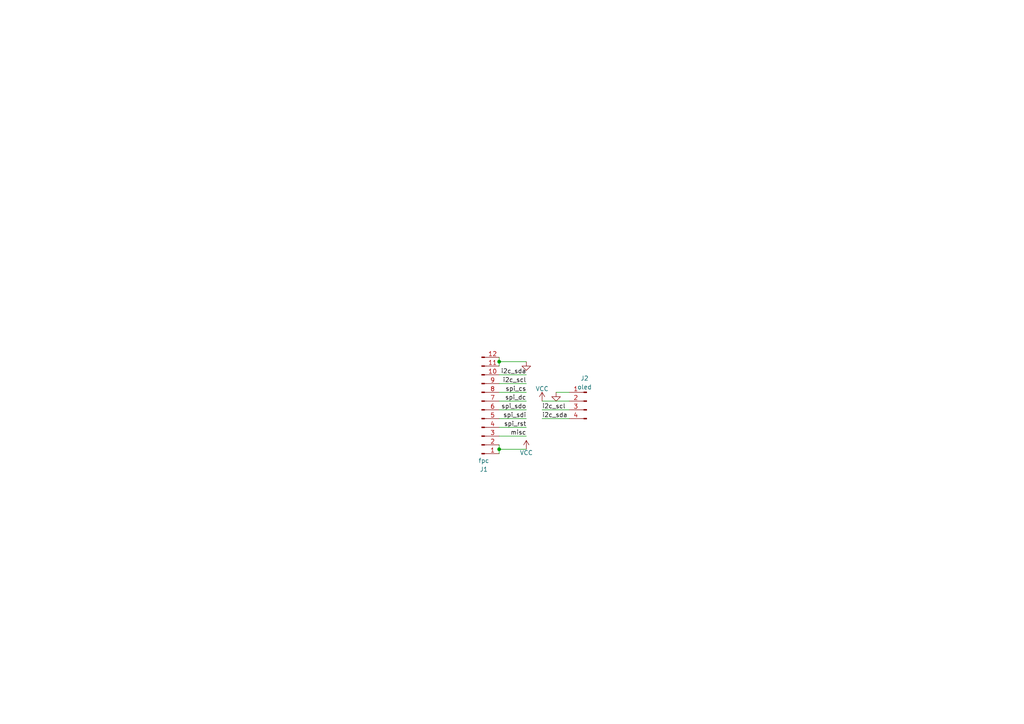
<source format=kicad_sch>
(kicad_sch (version 20230121) (generator eeschema)
  (paper "A4")
  (lib_symbols
    (symbol "Connector:Conn_01x04_Pin" (pin_names (offset 1.016) hide)
      (property "Reference" "J" (at 0 5.08 0))
      (property "Value" "Conn_01x04_Pin" (at 0 -7.62 0))
      (symbol "Conn_01x04_Pin_1_1"
        (polyline (pts (xy 1.27 -5.08) (xy 0.8636 -5.08)) (stroke (width 0.1524)))
        (polyline (pts (xy 1.27 -2.54) (xy 0.8636 -2.54)) (stroke (width 0.1524)))
        (polyline (pts (xy 1.27 0) (xy 0.8636 0)) (stroke (width 0.1524)))
        (polyline (pts (xy 1.27 2.54) (xy 0.8636 2.54)) (stroke (width 0.1524)))
        (rectangle (start 0.8636 -4.953) (end 0 -5.207) (stroke (width 0.1524)) (fill (type outline)))
        (rectangle (start 0.8636 -2.413) (end 0 -2.667) (stroke (width 0.1524)) (fill (type outline)))
        (rectangle (start 0.8636 0.127) (end 0 -0.127) (stroke (width 0.1524)) (fill (type outline)))
        (rectangle (start 0.8636 2.667) (end 0 2.413) (stroke (width 0.1524)) (fill (type outline)))
        (pin passive line (at 5.08 2.54 180) (length 3.81) (name "Pin_1") (number "1"))
        (pin passive line (at 5.08 0 180) (length 3.81) (name "Pin_2") (number "2"))
        (pin passive line (at 5.08 -2.54 180) (length 3.81) (name "Pin_3") (number "3"))
        (pin passive line (at 5.08 -5.08 180) (length 3.81) (name "Pin_4") (number "4"))
      )
    )
    (symbol "Connector:Conn_01x12_Pin" (pin_names (offset 1.016) hide)
      (property "Reference" "J" (at 0 15.24 0))
      (property "Value" "Conn_01x12_Pin" (at 0 -17.78 0))
      (symbol "Conn_01x12_Pin_1_1"
        (polyline (pts (xy 1.27 -15.24) (xy 0.8636 -15.24)) (stroke (width 0.1524)))
        (polyline (pts (xy 1.27 -12.7) (xy 0.8636 -12.7)) (stroke (width 0.1524)))
        (polyline (pts (xy 1.27 -10.16) (xy 0.8636 -10.16)) (stroke (width 0.1524)))
        (polyline (pts (xy 1.27 -7.62) (xy 0.8636 -7.62)) (stroke (width 0.1524)))
        (polyline (pts (xy 1.27 -5.08) (xy 0.8636 -5.08)) (stroke (width 0.1524)))
        (polyline (pts (xy 1.27 -2.54) (xy 0.8636 -2.54)) (stroke (width 0.1524)))
        (polyline (pts (xy 1.27 0) (xy 0.8636 0)) (stroke (width 0.1524)))
        (polyline (pts (xy 1.27 2.54) (xy 0.8636 2.54)) (stroke (width 0.1524)))
        (polyline (pts (xy 1.27 5.08) (xy 0.8636 5.08)) (stroke (width 0.1524)))
        (polyline (pts (xy 1.27 7.62) (xy 0.8636 7.62)) (stroke (width 0.1524)))
        (polyline (pts (xy 1.27 10.16) (xy 0.8636 10.16)) (stroke (width 0.1524)))
        (polyline (pts (xy 1.27 12.7) (xy 0.8636 12.7)) (stroke (width 0.1524)))
        (rectangle (start 0.8636 -15.113) (end 0 -15.367) (stroke (width 0.1524)) (fill (type outline)))
        (rectangle (start 0.8636 -12.573) (end 0 -12.827) (stroke (width 0.1524)) (fill (type outline)))
        (rectangle (start 0.8636 -10.033) (end 0 -10.287) (stroke (width 0.1524)) (fill (type outline)))
        (rectangle (start 0.8636 -7.493) (end 0 -7.747) (stroke (width 0.1524)) (fill (type outline)))
        (rectangle (start 0.8636 -4.953) (end 0 -5.207) (stroke (width 0.1524)) (fill (type outline)))
        (rectangle (start 0.8636 -2.413) (end 0 -2.667) (stroke (width 0.1524)) (fill (type outline)))
        (rectangle (start 0.8636 0.127) (end 0 -0.127) (stroke (width 0.1524)) (fill (type outline)))
        (rectangle (start 0.8636 2.667) (end 0 2.413) (stroke (width 0.1524)) (fill (type outline)))
        (rectangle (start 0.8636 5.207) (end 0 4.953) (stroke (width 0.1524)) (fill (type outline)))
        (rectangle (start 0.8636 7.747) (end 0 7.493) (stroke (width 0.1524)) (fill (type outline)))
        (rectangle (start 0.8636 10.287) (end 0 10.033) (stroke (width 0.1524)) (fill (type outline)))
        (rectangle (start 0.8636 12.827) (end 0 12.573) (stroke (width 0.1524)) (fill (type outline)))
        (pin passive line (at 5.08 12.7 180) (length 3.81) (name "Pin_1") (number "1"))
        (pin passive line (at 5.08 -10.16 180) (length 3.81) (name "Pin_10") (number "10"))
        (pin passive line (at 5.08 -12.7 180) (length 3.81) (name "Pin_11") (number "11"))
        (pin passive line (at 5.08 -15.24 180) (length 3.81) (name "Pin_12") (number "12"))
        (pin passive line (at 5.08 10.16 180) (length 3.81) (name "Pin_2") (number "2"))
        (pin passive line (at 5.08 7.62 180) (length 3.81) (name "Pin_3") (number "3"))
        (pin passive line (at 5.08 5.08 180) (length 3.81) (name "Pin_4") (number "4"))
        (pin passive line (at 5.08 2.54 180) (length 3.81) (name "Pin_5") (number "5"))
        (pin passive line (at 5.08 0 180) (length 3.81) (name "Pin_6") (number "6"))
        (pin passive line (at 5.08 -2.54 180) (length 3.81) (name "Pin_7") (number "7"))
        (pin passive line (at 5.08 -5.08 180) (length 3.81) (name "Pin_8") (number "8"))
        (pin passive line (at 5.08 -7.62 180) (length 3.81) (name "Pin_9") (number "9"))
      )
    )
    (symbol "power:GND" (power) (pin_names (offset 0))
      (property "Value" "GND" (at 0 -3.81 0))
      (symbol "GND_0_1"
        (polyline (pts (xy 0 0) (xy 0 -1.27) (xy 1.27 -1.27) (xy 0 -2.54) (xy -1.27 -1.27) (xy 0 -1.27)))
      )
      (symbol "GND_1_1"
        (pin power_in line (at 0 0 270) (length 0) hide (name "GND") (number "1"))
      )
    )
    (symbol "power:VCC" (power) (pin_names (offset 0))
      (property "Value" "VCC" (at 0 3.81 0))
      (symbol "VCC_0_1"
        (polyline (pts (xy -0.762 1.27) (xy 0 2.54)))
        (polyline (pts (xy 0 0) (xy 0 2.54)))
        (polyline (pts (xy 0 2.54) (xy 0.762 1.27)))
      )
      (symbol "VCC_1_1"
        (pin power_in line (at 0 0 90) (length 0) hide (name "VCC") (number "1"))
      )
    )
  )
  (junction (at 144.78 104.902))
  (junction (at 144.78 130.302))
  (wire (pts (xy 144.78 129.032) (xy 144.78 130.302)))
  (wire (pts (xy 144.78 121.412) (xy 152.654 121.412)))
  (wire (pts (xy 144.78 130.302) (xy 152.654 130.302)))
  (wire (pts (xy 144.78 108.712) (xy 152.654 108.712)))
  (wire (pts (xy 144.78 126.492) (xy 152.654 126.492)))
  (wire (pts (xy 144.78 104.902) (xy 144.78 106.172)))
  (wire (pts (xy 144.78 111.252) (xy 152.654 111.252)))
  (wire (pts (xy 144.78 113.792) (xy 152.654 113.792)))
  (wire (pts (xy 144.78 130.302) (xy 144.78 131.572)))
  (wire (pts (xy 144.78 118.872) (xy 152.654 118.872)))
  (wire (pts (xy 161.29 113.792) (xy 165.1 113.792)))
  (wire (pts (xy 157.226 118.872) (xy 165.1 118.872)))
  (wire (pts (xy 144.78 123.952) (xy 152.654 123.952)))
  (wire (pts (xy 144.78 103.632) (xy 144.78 104.902)))
  (wire (pts (xy 144.78 104.902) (xy 152.654 104.902)))
  (wire (pts (xy 144.78 116.332) (xy 152.654 116.332)))
  (wire (pts (xy 157.226 116.332) (xy 165.1 116.332)))
  (wire (pts (xy 157.226 121.412) (xy 165.1 121.412)))
  (label "i2c_scl" (at 157.226 118.872 0))
  (label "spi_rst" (at 152.654 123.952 180))
  (label "spi_sdo" (at 152.654 118.872 180))
  (label "i2c_sda" (at 152.654 108.712 180))
  (label "spi_dc" (at 152.654 116.332 180))
  (label "misc" (at 152.654 126.492 180))
  (label "spi_cs" (at 152.654 113.792 180))
  (label "i2c_sda" (at 157.226 121.412 0))
  (label "spi_sdi" (at 152.654 121.412 180))
  (label "i2c_scl" (at 152.654 111.252 180))
  (symbol (lib_id "Connector:Conn_01x04_Pin") (at 170.18 116.332 0) (mirror y) (unit 1)
    (property "Reference" "J2" (at 169.545 109.728 0))
    (property "Value" "oled" (at 169.545 112.268 0))
    (property "Footprint" "Library:oled" (effects hide))
  )
  (symbol (lib_id "power:GND") (at 161.29 113.792 0) (unit 1)
    (property "Reference" "#PWR03" (effects hide))
    (property "Value" "GND" (effects hide))
  )
  (symbol (lib_id "power:GND") (at 152.654 104.902 0) (unit 1)
    (property "Reference" "#PWR01" (effects hide))
    (property "Value" "GND" (effects hide))
  )
  (symbol (lib_id "power:VCC") (at 152.654 130.302 0) (unit 1)
    (property "Reference" "#PWR02" (effects hide))
    (property "Value" "VCC" (at 152.654 131.318 0))
  )
  (symbol (lib_id "Connector:Conn_01x12_Pin") (at 139.7 118.872 0) (mirror x) (unit 1)
    (property "Reference" "J1" (at 140.335 136.144 0))
    (property "Value" "fpc" (at 140.335 133.604 0))
    (property "Footprint" "Library:FFC-SMD_12P-P0.50_X05B20U12T" (effects hide))
  )
  (symbol (lib_id "power:VCC") (at 157.226 116.332 0) (unit 1)
    (property "Reference" "#PWR04" (effects hide))
    (property "Value" "VCC" (at 157.226 112.776 0))
  )
)
</source>
